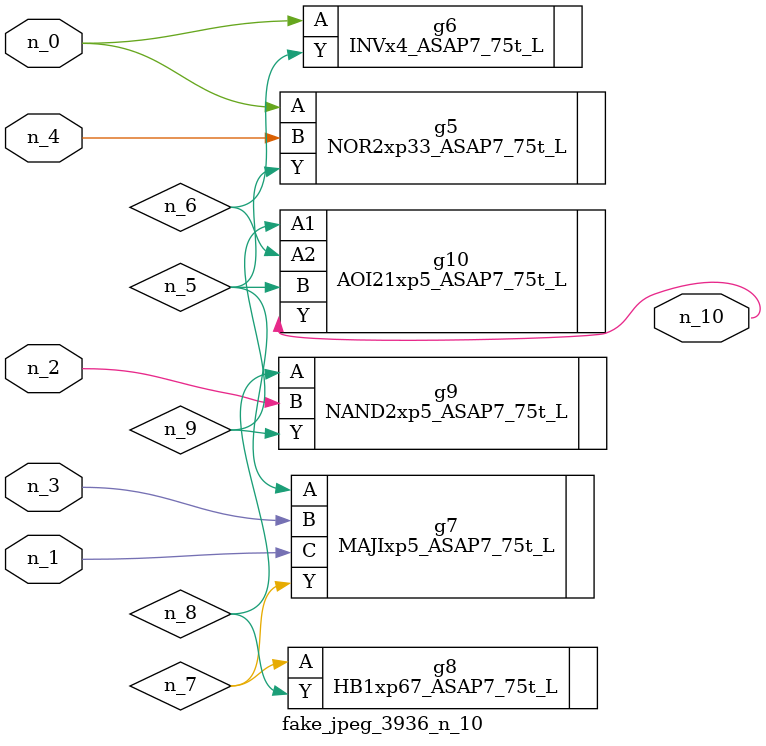
<source format=v>
module fake_jpeg_3936_n_10 (n_3, n_2, n_1, n_0, n_4, n_10);

input n_3;
input n_2;
input n_1;
input n_0;
input n_4;

output n_10;

wire n_8;
wire n_9;
wire n_6;
wire n_5;
wire n_7;

NOR2xp33_ASAP7_75t_L g5 ( 
.A(n_0),
.B(n_4),
.Y(n_5)
);

INVx4_ASAP7_75t_L g6 ( 
.A(n_0),
.Y(n_6)
);

MAJIxp5_ASAP7_75t_L g7 ( 
.A(n_5),
.B(n_3),
.C(n_1),
.Y(n_7)
);

HB1xp67_ASAP7_75t_L g8 ( 
.A(n_7),
.Y(n_8)
);

NAND2xp5_ASAP7_75t_L g9 ( 
.A(n_8),
.B(n_2),
.Y(n_9)
);

AOI21xp5_ASAP7_75t_L g10 ( 
.A1(n_9),
.A2(n_6),
.B(n_5),
.Y(n_10)
);


endmodule
</source>
